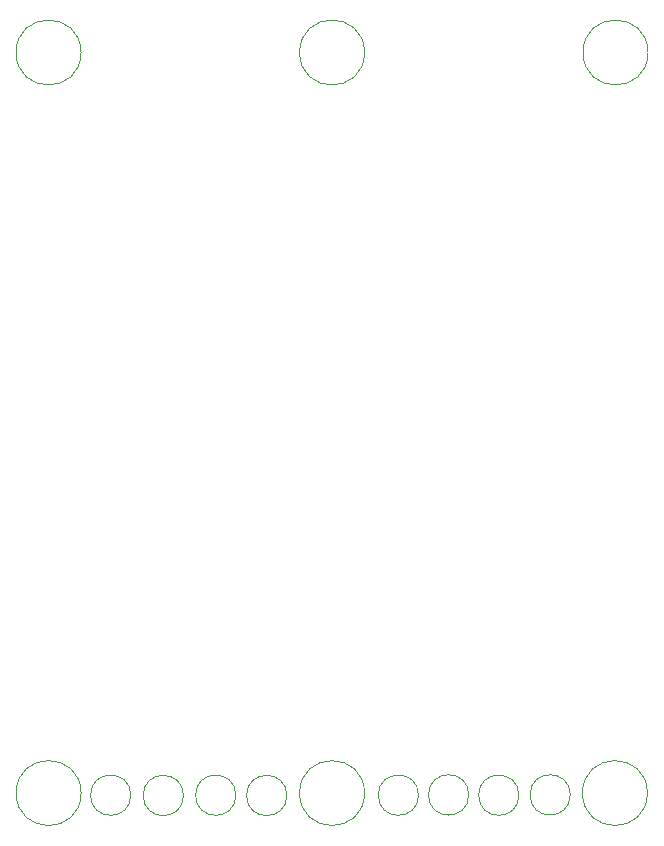
<source format=gbr>
%TF.GenerationSoftware,KiCad,Pcbnew,8.0.5*%
%TF.CreationDate,2025-09-21T17:17:36-10:00*%
%TF.ProjectId,SiPMT.revA,5369504d-542e-4726-9576-412e6b696361,rev?*%
%TF.SameCoordinates,Original*%
%TF.FileFunction,Other,User*%
%FSLAX46Y46*%
G04 Gerber Fmt 4.6, Leading zero omitted, Abs format (unit mm)*
G04 Created by KiCad (PCBNEW 8.0.5) date 2025-09-21 17:17:36*
%MOMM*%
%LPD*%
G01*
G04 APERTURE LIST*
%ADD10C,0.050000*%
G04 APERTURE END LIST*
D10*
%TO.C,H10*%
X167057392Y-126630000D02*
G75*
G02*
X163642608Y-126630000I-1707392J0D01*
G01*
X163642608Y-126630000D02*
G75*
G02*
X167057392Y-126630000I1707392J0D01*
G01*
%TO.C,H9*%
X138744892Y-126655000D02*
G75*
G02*
X135330108Y-126655000I-1707392J0D01*
G01*
X135330108Y-126655000D02*
G75*
G02*
X138744892Y-126655000I1707392J0D01*
G01*
%TO.C,H1*%
X125637500Y-63775000D02*
G75*
G02*
X120137500Y-63775000I-2750000J0D01*
G01*
X120137500Y-63775000D02*
G75*
G02*
X125637500Y-63775000I2750000J0D01*
G01*
%TO.C,Q3*%
X134307392Y-126680000D02*
G75*
G02*
X130892608Y-126680000I-1707392J0D01*
G01*
X130892608Y-126680000D02*
G75*
G02*
X134307392Y-126680000I1707392J0D01*
G01*
%TO.C,H7*%
X158457392Y-126630000D02*
G75*
G02*
X155042608Y-126630000I-1707392J0D01*
G01*
X155042608Y-126630000D02*
G75*
G02*
X158457392Y-126630000I1707392J0D01*
G01*
%TO.C,Q4*%
X162707392Y-126655000D02*
G75*
G02*
X159292608Y-126655000I-1707392J0D01*
G01*
X159292608Y-126655000D02*
G75*
G02*
X162707392Y-126655000I1707392J0D01*
G01*
%TO.C,H6*%
X173587500Y-126475000D02*
G75*
G02*
X168087500Y-126475000I-2750000J0D01*
G01*
X168087500Y-126475000D02*
G75*
G02*
X173587500Y-126475000I2750000J0D01*
G01*
%TO.C,Q2*%
X143057392Y-126680000D02*
G75*
G02*
X139642608Y-126680000I-1707392J0D01*
G01*
X139642608Y-126680000D02*
G75*
G02*
X143057392Y-126680000I1707392J0D01*
G01*
%TO.C,Q1*%
X154207392Y-126655000D02*
G75*
G02*
X150792608Y-126655000I-1707392J0D01*
G01*
X150792608Y-126655000D02*
G75*
G02*
X154207392Y-126655000I1707392J0D01*
G01*
%TO.C,H3*%
X173637500Y-63775000D02*
G75*
G02*
X168137500Y-63775000I-2750000J0D01*
G01*
X168137500Y-63775000D02*
G75*
G02*
X173637500Y-63775000I2750000J0D01*
G01*
%TO.C,H5*%
X149637500Y-126475000D02*
G75*
G02*
X144137500Y-126475000I-2750000J0D01*
G01*
X144137500Y-126475000D02*
G75*
G02*
X149637500Y-126475000I2750000J0D01*
G01*
%TO.C,H2*%
X149637500Y-63775000D02*
G75*
G02*
X144137500Y-63775000I-2750000J0D01*
G01*
X144137500Y-63775000D02*
G75*
G02*
X149637500Y-63775000I2750000J0D01*
G01*
%TO.C,H8*%
X129850540Y-126655000D02*
G75*
G02*
X126435756Y-126655000I-1707392J0D01*
G01*
X126435756Y-126655000D02*
G75*
G02*
X129850540Y-126655000I1707392J0D01*
G01*
%TO.C,H4*%
X125637500Y-126475000D02*
G75*
G02*
X120137500Y-126475000I-2750000J0D01*
G01*
X120137500Y-126475000D02*
G75*
G02*
X125637500Y-126475000I2750000J0D01*
G01*
%TD*%
M02*

</source>
